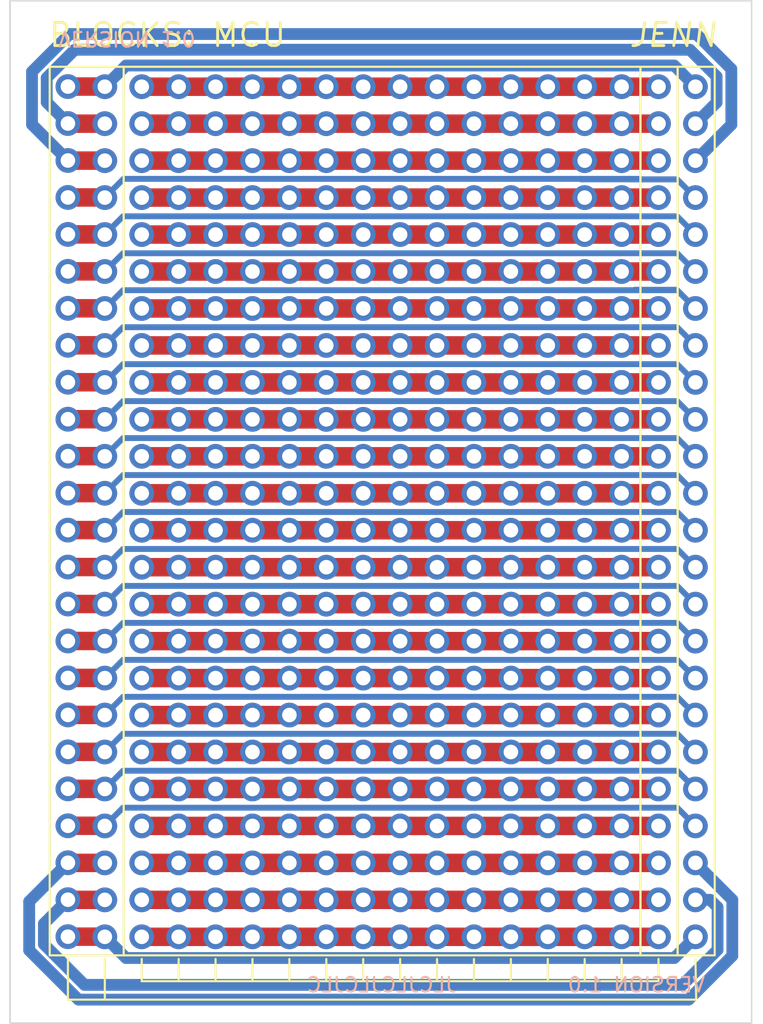
<source format=kicad_pcb>
(kicad_pcb (version 20211014) (generator pcbnew)
  (layers (0 "F.Cu" signal) (31 "B.Cu" signal) (34 "B.Paste" user) (35 "F.Paste" user) (36 "B.SilkS" user "B.Silkscreen") (37 "F.SilkS" user "F.Silkscreen") (38 "B.Mask" user) (39 "F.Mask" user) (44 "Edge.Cuts" user))
  (net 0 "")
  (net 1 "Net-(J1-Pad1)")
  (net 2 "Net-(J1-Pad2)")
  (net 3 "Net-(J1-Pad3)")
  (net 4 "Net-(J1-Pad4)")
  (net 5 "Net-(J1-Pad5)")
  (net 6 "Net-(J1-Pad6)")
  (net 7 "Net-(J1-Pad7)")
  (net 8 "Net-(J1-Pad8)")
  (net 9 "Net-(J1-Pad9)")
  (net 10 "Net-(J1-Pad10)")
  (net 11 "Net-(J1-Pad11)")
  (net 12 "Net-(J1-Pad12)")
  (net 13 "Net-(J1-Pad13)")
  (net 14 "Net-(J1-Pad14)")
  (net 15 "Net-(J1-Pad15)")
  (net 16 "Net-(J1-Pad16)")
  (net 17 "Net-(J1-Pad17)")
  (net 18 "Net-(J1-Pad18)")
  (net 19 "Net-(J1-Pad19)")
  (net 20 "Net-(J10-Pad1)")
  (net 21 "Net-(J10-Pad2)")
  (net 22 "Net-(J10-Pad3)")
  (net 23 "Net-(J10-Pad4)")
  (net 24 "Net-(J10-Pad5)")
  (net 25 "Net-(J10-Pad6)")
  (net 26 "Net-(J10-Pad7)")
  (net 27 "Net-(J10-Pad8)")
  (net 28 "Net-(J10-Pad9)")
  (net 29 "Net-(J10-Pad10)")
  (net 30 "Net-(J10-Pad11)")
  (net 31 "Net-(J10-Pad12)")
  (net 32 "Net-(J10-Pad13)")
  (net 33 "Net-(J10-Pad14)")
  (net 34 "Net-(J10-Pad15)")
  (net 35 "Net-(J10-Pad16)")
  (net 36 "Net-(J10-Pad17)")
  (net 37 "Net-(J10-Pad18)")
  (net 38 "Net-(J10-Pad19)")
  (net 39 "Net-(J10-Pad20)")
  (net 40 "Net-(J10-Pad21)")
  (net 41 "Net-(J10-Pad22)")
  (net 42 "Net-(J10-Pad23)")
  (net 43 "Net-(J10-Pad24)")
  (net 44 "Net-(J1-Pad20)")
  (net 45 "Net-(J1-Pad21)")
  (net 46 "Net-(J1-Pad22)")
  (net 47 "Net-(J1-Pad23)")
  (net 48 "Net-(J1-Pad24)")
  (footprint "A_Personal:Stripboard_1x24_P2.54mm_Vertical" (layer "F.Cu") (at 147.32 109.22 180)
    (fp_text reference "J10" hide)
    (fp_text value "Conn_01x24")
  )
  (footprint "A_Personal:Stripboard_1x24_P2.54mm_Vertical" (layer "F.Cu") (at 129.54 109.22 180)
    (fp_text reference "J3" hide)
    (fp_text value "Conn_01x24")
  )
  (footprint "A_Personal:Stripboard_1x24_P2.54mm_Vertical" (layer "F.Cu") (at 152.4 109.22 180)
    (fp_text reference "J12" hide)
    (fp_text value "Conn_01x24")
  )
  (footprint "A_Personal:Stripboard_1x24_P2.54mm_Vertical" (layer "F.Cu") (at 157.48 109.22 180)
    (fp_text reference "J14" hide)
    (fp_text value "Conn_01x24")
  )
  (footprint "A_Personal:Stripboard_1x24_P2.54mm_Vertical" (layer "F.Cu") (at 139.7 109.22 180)
    (fp_text reference "J7" hide)
    (fp_text value "Conn_01x24")
  )
  (footprint "A_Personal:Stripboard_1x24_P2.54mm_Vertical" (layer "F.Cu") (at 154.94 109.22 180)
    (fp_text reference "J13" hide)
    (fp_text value "Conn_01x24")
  )
  (footprint "A_Personal:Stripboard_1x24_P2.54mm_Vertical" (layer "F.Cu") (at 132.08 109.22 180)
    (fp_text reference "J4" hide)
    (fp_text value "Conn_01x24")
  )
  (footprint "A_Personal:Stripboard_1x24_P2.54mm_Vertical" (layer "F.Cu") (at 165.1 109.22 180)
    (fp_text reference "J17" hide)
    (fp_text value "Conn_01x24")
  )
  (footprint "A_Personal:Stripboard_1x24_P2.54mm_Vertical" (layer "F.Cu") (at 144.78 109.22 180)
    (fp_text reference "J9" hide)
    (fp_text value "Conn_01x24")
  )
  (footprint "A_Personal:Stripboard_1x24_P2.54mm_Vertical" (layer "F.Cu") (at 162.56 109.22 180)
    (fp_text reference "J16" hide)
    (fp_text value "Conn_01x24")
  )
  (footprint "A_Personal:Stripboard_1x24_P2.54mm_Vertical" (layer "F.Cu") (at 127 109.22 180)
    (fp_text reference "J2" hide)
    (fp_text value "Conn_01x24")
  )
  (footprint "A_Personal:Stripboard_1x24_P2.54mm_Vertical" (layer "F.Cu") (at 142.24 109.22 180)
    (fp_text reference "J8" hide)
    (fp_text value "Conn_01x24")
  )
  (footprint "A_Personal:Stripboard_1x24_P2.54mm_Vertical" (layer "F.Cu") (at 167.64 109.22 180)
    (fp_text reference "J18" hide)
    (fp_text value "Conn_01x24")
  )
  (footprint "A_Personal:Stripboard_1x24_P2.54mm_Vertical" (layer "F.Cu") (at 134.62 109.22 180)
    (fp_text reference "J5" hide)
    (fp_text value "Conn_01x24")
  )
  (footprint "A_Personal:Stripboard_1x24_P2.54mm_Vertical" (layer "F.Cu") (at 137.16 109.22 180)
    (fp_text reference "J6" hide)
    (fp_text value "Conn_01x24")
  )
  (footprint "A_Personal:Stripboard_1x24_P2.54mm_Vertical" (layer "F.Cu") (at 124.46 109.21 180)
    (fp_text reference "J1" hide)
    (fp_text value "Conn_01x24")
  )
  (footprint "A_Personal:Stripboard_1x24_P2.54mm_Vertical" (layer "F.Cu") (at 149.86 109.22 180)
    (fp_text reference "J11" hide)
    (fp_text value "Conn_01x24")
  )
  (footprint "A_Personal:Stripboard_1x24_P2.54mm_Vertical" (layer "F.Cu") (at 160.02 109.22 180)
    (fp_text reference "J15" hide)
    (fp_text value "Conn_01x24")
  )
  (gr_line (start 129.54 110.744) (end 129.54 112.268) (layer "F.SilkS") (width 0.15))
  (gr_line (start 137.16 110.744) (end 137.16 112.268) (layer "F.SilkS") (width 0.15))
  (gr_rect (start 166.412011 110.493699) (end 163.863301 49.429699) (layer "F.SilkS") (width 0.15) (fill none))
  (gr_line (start 147.32 110.744) (end 147.32 112.268) (layer "F.SilkS") (width 0.15))
  (gr_line (start 152.4 110.744) (end 152.4 112.268) (layer "F.SilkS") (width 0.15))
  (gr_line (start 129.54 112.268) (end 165.1 112.268) (layer "F.SilkS") (width 0.15))
  (gr_line (start 124.460471 113.532435) (end 124.460471 110.738435) (layer "F.SilkS") (width 0.15))
  (gr_line (start 134.62 110.744) (end 134.62 112.268) (layer "F.SilkS") (width 0.15))
  (gr_line (start 165.1 112.268) (end 165.1 110.744) (layer "F.SilkS") (width 0.15))
  (gr_line (start 132.08 110.744) (end 132.08 112.268) (layer "F.SilkS") (width 0.15))
  (gr_line (start 127.000471 113.532435) (end 127 110.744) (layer "F.SilkS") (width 0.15))
  (gr_line (start 162.56 110.744) (end 162.56 112.268) (layer "F.SilkS") (width 0.15))
  (gr_rect (start 168.967161 110.493699) (end 166.418451 49.429699) (layer "F.SilkS") (width 0.15) (fill none))
  (gr_line (start 154.94 110.744) (end 154.94 112.268) (layer "F.SilkS") (width 0.15))
  (gr_line (start 160.02 110.744) (end 160.02 112.268) (layer "F.SilkS") (width 0.15))
  (gr_line (start 139.7 110.744) (end 139.7 112.268) (layer "F.SilkS") (width 0.15))
  (gr_line (start 149.86 110.744) (end 149.86 112.268) (layer "F.SilkS") (width 0.15))
  (gr_rect (start 163.850739 110.493699) (end 128.297712 49.429699) (layer "F.SilkS") (width 0.15) (fill none))
  (gr_rect (start 128.296422 110.493699) (end 123.207712 49.429699) (layer "F.SilkS") (width 0.15) (fill none))
  (gr_line (start 144.78 110.744) (end 144.78 112.268) (layer "F.SilkS") (width 0.15))
  (gr_line (start 142.24 110.744) (end 142.24 112.268) (layer "F.SilkS") (width 0.15))
  (gr_line (start 157.48 110.744) (end 157.48 112.268) (layer "F.SilkS") (width 0.15))
  (gr_line (start 124.46 113.538) (end 167.64 113.538) (layer "F.SilkS") (width 0.15))
  (gr_line (start 167.693277 113.532435) (end 167.640471 110.738435) (layer "F.SilkS") (width 0.15))
  (gr_rect (start 171.50381 115.15) (end 120.47619 44.891479) (layer "Edge.Cuts") (width 0.1) (fill none))
  (gr_text "JLCJLCJLCJLC" (at 146.05 112.522) (layer "B.SilkS") (effects (font (size 1 1)) (justify mirror)))
  (gr_text "VERSION 1.0" (at 163.576 112.522) (layer "B.SilkS") (effects (font (size 1 1)) (justify mirror)))
  (gr_text "VERSION 1.0" (at 128.524 47.498 180) (layer "B.SilkS") (effects (font (size 1 1)) (justify mirror)))
  (gr_text "JENN" (at 166.116 47.244) (layer "F.SilkS") (effects (font (size 1.59 1.59) (thickness 0.2) italic)))
  (gr_text "BLOCKS: MCU" (at 131.318 47.244) (layer "F.SilkS") (effects (font (size 1.59 1.59) (thickness 0.2))))
  (segment (start 124.46 109.21) (end 126.99 109.21) (width 1.27) (layer "F.Cu") (net 1))
  (segment (start 126.99 109.21) (end 127 109.22) (width 1.27) (layer "F.Cu") (net 1))
  (segment (start 127 109.22) (end 128.4564 110.6764) (width 0.8128) (layer "B.Cu") (net 1))
  (segment (start 166.1836 110.6764) (end 167.64 109.22) (width 0.8128) (layer "B.Cu") (net 1))
  (segment (start 128.4564 110.6764) (end 166.1836 110.6764) (width 0.8128) (layer "B.Cu") (net 1))
  (segment (start 124.47 106.68) (end 124.46 106.67) (width 1.27) (layer "F.Cu") (net 2))
  (segment (start 127 106.68) (end 124.47 106.68) (width 1.27) (layer "F.Cu") (net 2))
  (segment (start 166.751 112.522) (end 169.164 110.109) (width 0.8128) (layer "B.Cu") (net 2))
  (segment (start 125.603 112.522) (end 166.751 112.522) (width 0.8128) (layer "B.Cu") (net 2))
  (segment (start 124.46 106.67) (end 122.809 108.321) (width 0.8128) (layer "B.Cu") (net 2))
  (segment (start 122.809 108.321) (end 122.809 109.728) (width 0.8128) (layer "B.Cu") (net 2))
  (segment (start 169.164 110.109) (end 169.164 107.188) (width 0.8128) (layer "B.Cu") (net 2))
  (segment (start 122.809 109.728) (end 125.603 112.522) (width 0.8128) (layer "B.Cu") (net 2))
  (segment (start 169.164 107.188) (end 168.656 106.68) (width 0.8128) (layer "B.Cu") (net 2))
  (segment (start 168.656 106.68) (end 167.64 106.68) (width 0.8128) (layer "B.Cu") (net 2))
  (segment (start 127 104.14) (end 124.47 104.14) (width 1.27) (layer "F.Cu") (net 3))
  (segment (start 124.47 104.14) (end 124.46 104.13) (width 1.27) (layer "F.Cu") (net 3))
  (segment (start 167.170516 113.5348) (end 170.1768 110.528515) (width 0.8128) (layer "B.Cu") (net 3))
  (segment (start 121.7962 106.7938) (end 121.7962 110.147516) (width 0.8128) (layer "B.Cu") (net 3))
  (segment (start 121.7962 110.147516) (end 125.183485 113.5348) (width 0.8128) (layer "B.Cu") (net 3))
  (segment (start 170.1768 110.528515) (end 170.1768 106.6768) (width 0.8128) (layer "B.Cu") (net 3))
  (segment (start 124.46 104.13) (end 121.7962 106.7938) (width 0.8128) (layer "B.Cu") (net 3))
  (segment (start 170.1768 106.6768) (end 167.64 104.14) (width 0.8128) (layer "B.Cu") (net 3))
  (segment (start 125.183485 113.5348) (end 167.170516 113.5348) (width 0.8128) (layer "B.Cu") (net 3))
  (segment (start 124.46 101.59) (end 126.99 101.59) (width 1.27) (layer "F.Cu") (net 4))
  (segment (start 126.99 101.59) (end 127 101.6) (width 1.27) (layer "F.Cu") (net 4))
  (segment (start 128.2532 100.3468) (end 127 101.6) (width 0.4064) (layer "B.Cu") (net 4))
  (segment (start 166.3868 100.3468) (end 128.2532 100.3468) (width 0.4064) (layer "B.Cu") (net 4))
  (segment (start 167.64 101.6) (end 166.3868 100.3468) (width 0.4064) (layer "B.Cu") (net 4))
  (segment (start 124.46 99.05) (end 126.99 99.05) (width 1.27) (layer "F.Cu") (net 5))
  (segment (start 126.99 99.05) (end 127 99.06) (width 1.27) (layer "F.Cu") (net 5))
  (segment (start 166.3868 97.8068) (end 167.64 99.06) (width 0.4064) (layer "B.Cu") (net 5))
  (segment (start 128.2532 97.8068) (end 166.3868 97.8068) (width 0.4064) (layer "B.Cu") (net 5))
  (segment (start 127 99.06) (end 128.2532 97.8068) (width 0.4064) (layer "B.Cu") (net 5))
  (segment (start 124.46 96.51) (end 126.99 96.51) (width 1.27) (layer "F.Cu") (net 6))
  (segment (start 126.99 96.51) (end 127 96.52) (width 1.27) (layer "F.Cu") (net 6))
  (segment (start 128.2532 95.2668) (end 127 96.52) (width 0.4064) (layer "B.Cu") (net 6))
  (segment (start 166.3868 95.2668) (end 128.2532 95.2668) (width 0.4064) (layer "B.Cu") (net 6))
  (segment (start 167.64 96.52) (end 166.3868 95.2668) (width 0.4064) (layer "B.Cu") (net 6))
  (segment (start 124.46 93.97) (end 126.99 93.97) (width 1.27) (layer "F.Cu") (net 7))
  (segment (start 126.99 93.97) (end 127 93.98) (width 1.27) (layer "F.Cu") (net 7))
  (segment (start 166.3868 92.7268) (end 128.2532 92.7268) (width 0.4064) (layer "B.Cu") (net 7))
  (segment (start 128.2532 92.7268) (end 127 93.98) (width 0.4064) (layer "B.Cu") (net 7))
  (segment (start 167.64 93.98) (end 166.3868 92.7268) (width 0.4064) (layer "B.Cu") (net 7))
  (segment (start 126.99 91.43) (end 127 91.44) (width 1.27) (layer "F.Cu") (net 8))
  (segment (start 124.46 91.43) (end 126.99 91.43) (width 1.27) (layer "F.Cu") (net 8))
  (segment (start 128.2532 90.1868) (end 127 91.44) (width 0.4064) (layer "B.Cu") (net 8))
  (segment (start 167.64 91.44) (end 166.3868 90.1868) (width 0.4064) (layer "B.Cu") (net 8))
  (segment (start 166.3868 90.1868) (end 128.2532 90.1868) (width 0.4064) (layer "B.Cu") (net 8))
  (segment (start 124.46 88.89) (end 126.99 88.89) (width 1.27) (layer "F.Cu") (net 9))
  (segment (start 126.99 88.89) (end 127 88.9) (width 1.27) (layer "F.Cu") (net 9))
  (segment (start 166.3868 87.6468) (end 128.2532 87.6468) (width 0.4064) (layer "B.Cu") (net 9))
  (segment (start 128.2532 87.6468) (end 127 88.9) (width 0.4064) (layer "B.Cu") (net 9))
  (segment (start 167.64 88.9) (end 166.3868 87.6468) (width 0.4064) (layer "B.Cu") (net 9))
  (segment (start 126.99 86.35) (end 127 86.36) (width 1.27) (layer "F.Cu") (net 10))
  (segment (start 124.46 86.35) (end 126.99 86.35) (width 1.27) (layer "F.Cu") (net 10))
  (segment (start 166.3868 85.1068) (end 128.2532 85.1068) (width 0.4064) (layer "B.Cu") (net 10))
  (segment (start 128.2532 85.1068) (end 127 86.36) (width 0.4064) (layer "B.Cu") (net 10))
  (segment (start 167.64 86.36) (end 166.3868 85.1068) (width 0.4064) (layer "B.Cu") (net 10))
  (segment (start 124.46 83.81) (end 126.99 83.81) (width 1.27) (layer "F.Cu") (net 11))
  (segment (start 126.99 83.81) (end 127 83.82) (width 1.27) (layer "F.Cu") (net 11))
  (segment (start 128.2532 82.5668) (end 127 83.82) (width 0.4064) (layer "B.Cu") (net 11))
  (segment (start 166.3868 82.5668) (end 128.2532 82.5668) (width 0.4064) (layer "B.Cu") (net 11))
  (segment (start 167.64 83.82) (end 166.3868 82.5668) (width 0.4064) (layer "B.Cu") (net 11))
  (segment (start 124.46 81.27) (end 126.99 81.27) (width 1.27) (layer "F.Cu") (net 12))
  (segment (start 126.99 81.27) (end 127 81.28) (width 1.27) (layer "F.Cu") (net 12))
  (segment (start 128.2532 80.0268) (end 127 81.28) (width 0.4064) (layer "B.Cu") (net 12))
  (segment (start 167.64 81.28) (end 166.3868 80.0268) (width 0.4064) (layer "B.Cu") (net 12))
  (segment (start 166.3868 80.0268) (end 128.2532 80.0268) (width 0.4064) (layer "B.Cu") (net 12))
  (segment (start 124.46 78.73) (end 126.99 78.73) (width 1.27) (layer "F.Cu") (net 13))
  (segment (start 126.99 78.73) (end 127 78.74) (width 1.27) (layer "F.Cu") (net 13))
  (segment (start 128.2532 77.4868) (end 127 78.74) (width 0.4064) (layer "B.Cu") (net 13))
  (segment (start 167.64 78.74) (end 166.3868 77.4868) (width 0.4064) (layer "B.Cu") (net 13))
  (segment (start 166.3868 77.4868) (end 128.2532 77.4868) (width 0.4064) (layer "B.Cu") (net 13))
  (segment (start 124.46 76.19) (end 126.99 76.19) (width 1.27) (layer "F.Cu") (net 14))
  (segment (start 126.99 76.19) (end 127 76.2) (width 1.27) (layer "F.Cu") (net 14))
  (segment (start 167.64 76.2) (end 166.3868 74.9468) (width 0.4064) (layer "B.Cu") (net 14))
  (segment (start 128.2532 74.9468) (end 127 76.2) (width 0.4064) (layer "B.Cu") (net 14))
  (segment (start 166.3868 74.9468) (end 128.2532 74.9468) (width 0.4064) (layer "B.Cu") (net 14))
  (segment (start 126.99 73.65) (end 127 73.66) (width 1.27) (layer "F.Cu") (net 15))
  (segment (start 124.46 73.65) (end 126.99 73.65) (width 1.27) (layer "F.Cu") (net 15))
  (segment (start 128.2532 72.4068) (end 127 73.66) (width 0.4064) (layer "B.Cu") (net 15))
  (segment (start 166.3868 72.4068) (end 128.2532 72.4068) (width 0.4064) (layer "B.Cu") (net 15))
  (segment (start 167.64 73.66) (end 166.3868 72.4068) (width 0.4064) (layer "B.Cu") (net 15))
  (segment (start 124.46 71.11) (end 126.99 71.11) (width 1.27) (layer "F.Cu") (net 16))
  (segment (start 126.99 71.11) (end 127 71.12) (width 1.27) (layer "F.Cu") (net 16))
  (segment (start 166.3868 69.8668) (end 128.2532 69.8668) (width 0.4064) (layer "B.Cu") (net 16))
  (segment (start 128.2532 69.8668) (end 127 71.12) (width 0.4064) (layer "B.Cu") (net 16))
  (segment (start 167.64 71.12) (end 166.3868 69.8668) (width 0.4064) (layer "B.Cu") (net 16))
  (segment (start 126.99 68.57) (end 127 68.58) (width 1.27) (layer "F.Cu") (net 17))
  (segment (start 124.46 68.57) (end 126.99 68.57) (width 1.27) (layer "F.Cu") (net 17))
  (segment (start 166.3868 67.3268) (end 167.64 68.58) (width 0.4064) (layer "B.Cu") (net 17))
  (segment (start 128.2532 67.3268) (end 166.3868 67.3268) (width 0.4064) (layer "B.Cu") (net 17))
  (segment (start 127 68.58) (end 128.2532 67.3268) (width 0.4064) (layer "B.Cu") (net 17))
  (segment (start 126.99 66.03) (end 127 66.04) (width 1.27) (layer "F.Cu") (net 18))
  (segment (start 124.46 66.03) (end 126.99 66.03) (width 1.27) (layer "F.Cu") (net 18))
  (segment (start 166.3868 64.7868) (end 159.0208 64.7868) (width 0.4064) (layer "B.Cu") (net 18))
  (segment (start 163.4322 64.7868) (end 159.0208 64.7868) (width 0.4064) (layer "B.Cu") (net 18))
  (segment (start 167.64 66.04) (end 166.3868 64.7868) (width 0.4064) (layer "B.Cu") (net 18))
  (segment (start 163.4658 64.7532) (end 163.4322 64.7868) (width 0.4064) (layer "B.Cu") (net 18))
  (segment (start 166.3532 64.7532) (end 163.4658 64.7532) (width 0.4064) (layer "B.Cu") (net 18))
  (segment (start 159.0208 64.7868) (end 128.2532 64.7868) (width 0.4064) (layer "B.Cu") (net 18))
  (segment (start 128.2532 64.7868) (end 127 66.04) (width 0.4064) (layer "B.Cu") (net 18))
  (segment (start 167.64 66.04) (end 166.3532 64.7532) (width 0.4064) (layer "B.Cu") (net 18))
  (segment (start 163.8468 64.7868) (end 163.4322 64.7868) (width 0.4064) (layer "B.Cu") (net 18))
  (segment (start 124.46 63.49) (end 126.99 63.49) (width 1.27) (layer "F.Cu") (net 19))
  (segment (start 126.99 63.49) (end 127 63.5) (width 1.27) (layer "F.Cu") (net 19))
  (segment (start 167.64 63.5) (end 166.3868 62.2468) (width 0.4064) (layer "B.Cu") (net 19))
  (segment (start 128.2532 62.2468) (end 127 63.5) (width 0.4064) (layer "B.Cu") (net 19))
  (segment (start 166.3868 62.2468) (end 128.2532 62.2468) (width 0.4064) (layer "B.Cu") (net 19))
  (segment (start 162.56 109.22) (end 165.1 109.22) (width 1.27) (layer "F.Cu") (net 20))
  (segment (start 162.56 109.22) (end 129.54 109.22) (width 1.27) (layer "F.Cu") (net 20))
  (segment (start 162.56 106.68) (end 129.54 106.68) (width 1.27) (layer "F.Cu") (net 21))
  (segment (start 162.56 106.68) (end 165.1 106.68) (width 1.27) (layer "F.Cu") (net 21))
  (segment (start 129.54 104.14) (end 165.1 104.14) (width 1.27) (layer "F.Cu") (net 22))
  (segment (start 162.56 101.6) (end 129.54 101.6) (width 1.27) (layer "F.Cu") (net 23))
  (segment (start 162.56 101.6) (end 165.1 101.6) (width 1.27) (layer "F.Cu") (net 23))
  (segment (start 162.56 99.06) (end 129.54 99.06) (width 1.27) (layer "F.Cu") (net 24))
  (segment (start 162.56 99.06) (end 165.1 99.06) (width 1.27) (layer "F.Cu") (net 24))
  (segment (start 162.56 96.52) (end 129.54 96.52) (width 1.27) (layer "F.Cu") (net 25))
  (segment (start 162.56 96.52) (end 165.1 96.52) (width 1.27) (layer "F.Cu") (net 25))
  (segment (start 162.56 93.98) (end 129.54 93.98) (width 1.27) (layer "F.Cu") (net 26))
  (segment (start 162.56 93.98) (end 165.1 93.98) (width 1.27) (layer "F.Cu") (net 26))
  (segment (start 162.56 91.44) (end 129.54 91.44) (width 1.27) (layer "F.Cu") (net 27))
  (segment (start 162.56 91.44) (end 165.1 91.44) (width 1.27) (layer "F.Cu") (net 27))
  (segment (start 162.56 88.9) (end 129.54 88.9) (width 1.27) (layer "F.Cu") (net 28))
  (segment (start 162.56 88.9) (end 165.1 88.9) (width 1.27) (layer "F.Cu") (net 28))
  (segment (start 162.56 86.36) (end 165.1 86.36) (width 1.27) (layer "F.Cu") (net 29))
  (segment (start 162.56 86.36) (end 129.54 86.36) (width 1.27) (layer "F.Cu") (net 29))
  (segment (start 162.56 83.82) (end 165.1 83.82) (width 1.27) (layer "F.Cu") (net 30))
  (segment (start 162.56 83.82) (end 129.54 83.82) (width 1.27) (layer "F.Cu") (net 30))
  (segment (start 162.56 81.28) (end 129.54 81.28) (width 1.27) (layer "F.Cu") (net 31))
  (segment (start 162.56 81.28) (end 165.1 81.28) (width 1.27) (layer "F.Cu") (net 31))
  (segment (start 162.56 78.74) (end 129.54 78.74) (width 1.27) (layer "F.Cu") (net 32))
  (segment (start 162.56 78.74) (end 165.1 78.74) (width 1.27) (layer "F.Cu") (net 32))
  (segment (start 162.56 76.2) (end 165.1 76.2) (width 1.27) (layer "F.Cu") (net 33))
  (segment (start 162.56 76.2) (end 129.54 76.2) (width 1.27) (layer "F.Cu") (net 33))
  (segment (start 162.56 73.66) (end 165.1 73.66) (width 1.27) (layer "F.Cu") (net 34))
  (segment (start 162.56 73.66) (end 129.54 73.66) (width 1.27) (layer "F.Cu") (net 34))
  (segment (start 162.56 71.12) (end 129.54 71.12) (width 1.27) (layer "F.Cu") (net 35))
  (segment (start 162.56 71.12) (end 165.1 71.12) (width 1.27) (layer "F.Cu") (net 35))
  (segment (start 162.56 68.58) (end 165.1 68.58) (width 1.27) (layer "F.Cu") (net 36))
  (segment (start 162.56 68.58) (end 129.54 68.58) (width 1.27) (layer "F.Cu") (net 36))
  (segment (start 162.56 66.04) (end 165.1 66.04) (width 1.27) (layer "F.Cu") (net 37))
  (segment (start 162.56 66.04) (end 129.54 66.04) (width 1.27) (layer "F.Cu") (net 37))
  (segment (start 162.56 63.5) (end 165.1 63.5) (width 1.27) (layer "F.Cu") (net 38))
  (segment (start 162.56 63.5) (end 129.54 63.5) (width 1.27) (layer "F.Cu") (net 38))
  (segment (start 162.56 60.96) (end 129.54 60.96) (width 1.27) (layer "F.Cu") (net 39))
  (segment (start 162.56 60.96) (end 165.1 60.96) (width 1.27) (layer "F.Cu") (net 39))
  (segment (start 162.56 58.42) (end 165.1 58.42) (width 1.27) (layer "F.Cu") (net 40))
  (segment (start 162.56 58.42) (end 129.54 58.42) (width 1.27) (layer "F.Cu") (net 40))
  (segment (start 162.56 55.88) (end 129.54 55.88) (width 1.27) (layer "F.Cu") (net 41))
  (segment (start 162.56 55.88) (end 165.1 55.88) (width 1.27) (layer "F.Cu") (net 41))
  (segment (start 162.56 53.34) (end 129.54 53.34) (width 1.27) (layer "F.Cu") (net 42))
  (segment (start 162.56 53.34) (end 165.1 53.34) (width 1.27) (layer "F.Cu") (net 42))
  (segment (start 162.56 50.8) (end 129.54 50.8) (width 1.27) (layer "F.Cu") (net 43))
  (segment (start 162.56 50.8) (end 165.1 50.8) (width 1.27) (layer "F.Cu") (net 43))
  (segment (start 126.99 60.95) (end 127 60.96) (width 1.27) (layer "F.Cu") (net 44))
  (segment (start 124.46 60.95) (end 126.99 60.95) (width 1.27) (layer "F.Cu") (net 44))
  (segment (start 167.64 60.96) (end 166.3868 59.7068) (width 0.4064) (layer "B.Cu") (net 44))
  (segment (start 166.3868 59.7068) (end 128.2532 59.7068) (width 0.4064) (layer "B.Cu") (net 44))
  (segment (start 128.2532 59.7068) (end 127 60.96) (width 0.4064) (layer "B.Cu") (net 44))
  (segment (start 126.99 58.41) (end 127 58.42) (width 1.27) (layer "F.Cu") (net 45))
  (segment (start 124.46 58.41) (end 126.99 58.41) (width 1.27) (layer "F.Cu") (net 45))
  (segment (start 166.3868 57.1668) (end 163.0848 57.1668) (width 0.4064) (layer "B.Cu") (net 45))
  (segment (start 163.0512 57.1332) (end 159.7492 57.1332) (width 0.4064) (layer "B.Cu") (net 45))
  (segment (start 166.3868 57.1668) (end 159.7828 57.1668) (width 0.4064) (layer "B.Cu") (net 45))
  (segment (start 159.7492 57.1332) (end 128.2868 57.1332) (width 0.4064) (layer "B.Cu") (net 45))
  (segment (start 159.7828 57.1668) (end 159.7492 57.1332) (width 0.4064) (layer "B.Cu") (net 45))
  (segment (start 163.0848 57.1668) (end 163.0512 57.1332) (width 0.4064) (layer "B.Cu") (net 45))
  (segment (start 167.64 58.42) (end 166.3868 57.1668) (width 0.4064) (layer "B.Cu") (net 45))
  (segment (start 163.8132 57.1332) (end 163.0512 57.1332) (width 0.4064) (layer "B.Cu") (net 45))
  (segment (start 128.2868 57.1332) (end 127 58.42) (width 0.4064) (layer "B.Cu") (net 45))
  (segment (start 127 55.88) (end 124.47 55.88) (width 1.27) (layer "F.Cu") (net 46))
  (segment (start 124.47 55.88) (end 124.46 55.87) (width 1.27) (layer "F.Cu") (net 46))
  (segment (start 170.1092 49.5862) (end 167.7035 47.1805) (width 0.8128) (layer "B.Cu") (net 46))
  (segment (start 167.7035 47.1805) (end 124.577523 47.1805) (width 0.8128) (layer "B.Cu") (net 46))
  (segment (start 124.577523 47.1805) (end 121.9908 49.767224) (width 0.8128) (layer "B.Cu") (net 46))
  (segment (start 121.9908 53.4008) (end 124.46 55.87) (width 0.8128) (layer "B.Cu") (net 46))
  (segment (start 121.9908 49.767224) (end 121.9908 53.4008) (width 0.8128) (layer "B.Cu") (net 46))
  (segment (start 170.1092 53.4108) (end 170.1092 49.5862) (width 0.8128) (layer "B.Cu") (net 46))
  (segment (start 167.64 55.88) (end 170.1092 53.4108) (width 0.8128) (layer "B.Cu") (net 46))
  (segment (start 124.47 53.34) (end 124.46 53.33) (width 1.27) (layer "F.Cu") (net 47))
  (segment (start 127 53.34) (end 124.47 53.34) (width 1.27) (layer "F.Cu") (net 47))
  (segment (start 169.0964 51.8836) (end 167.64 53.34) (width 0.8128) (layer "B.Cu") (net 47))
  (segment (start 123.0036 50.186739) (end 123.0036 51.8736) (width 0.8128) (layer "B.Cu") (net 47))
  (segment (start 169.0964 50.0974) (end 169.0964 51.8836) (width 0.8128) (layer "B.Cu") (net 47))
  (segment (start 125.73 48.26) (end 167.259 48.26) (width 0.8128) (layer "B.Cu") (net 47))
  (segment (start 167.259 48.26) (end 168.529 49.53) (width 0.8128) (layer "B.Cu") (net 47))
  (segment (start 125.73 48.26) (end 124.930339 48.26) (width 0.8128) (layer "B.Cu") (net 47))
  (segment (start 123.0036 51.8736) (end 124.46 53.33) (width 0.8128) (layer "B.Cu") (net 47))
  (segment (start 168.529 49.53) (end 169.0964 50.0974) (width 0.8128) (layer "B.Cu") (net 47))
  (segment (start 124.930339 48.26) (end 123.0036 50.186739) (width 0.8128) (layer "B.Cu") (net 47))
  (segment (start 126.99 50.79) (end 127 50.8) (width 1.27) (layer "F.Cu") (net 48))
  (segment (start 124.46 50.79) (end 126.99 50.79) (width 1.27) (layer "F.Cu") (net 48))
  (segment (start 127 50.8) (end 128.4564 49.3436) (width 0.8128) (layer "B.Cu") (net 48))
  (segment (start 128.4564 49.3436) (end 166.1836 49.3436) (width 0.8128) (layer "B.Cu") (net 48))
  (segment (start 166.1836 49.3436) (end 167.64 50.8) (width 0.8128) (layer "B.Cu") (net 48))
)
</source>
